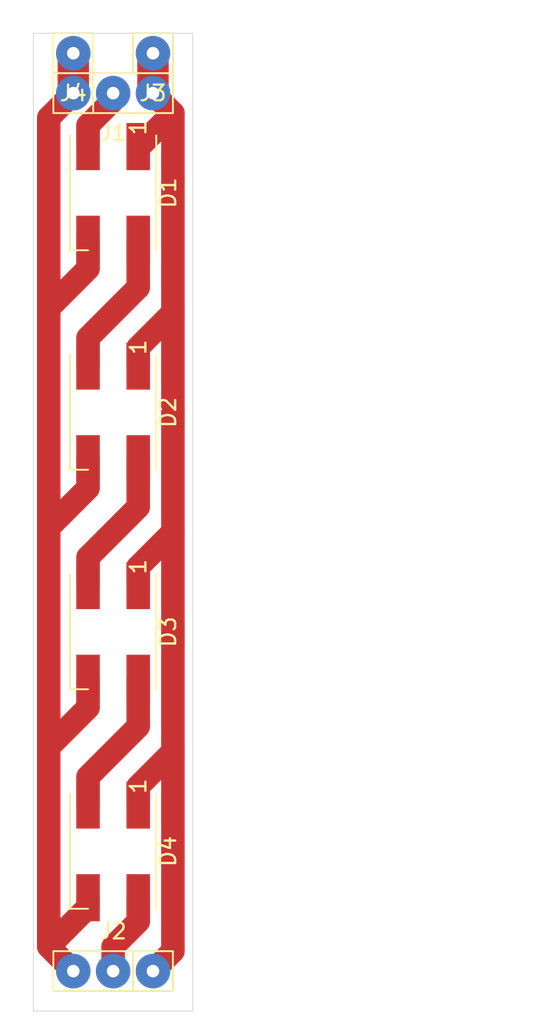
<source format=kicad_pcb>
(kicad_pcb (version 20171130) (host pcbnew "(5.1.6)-1")

  (general
    (thickness 1.6)
    (drawings 5)
    (tracks 45)
    (zones 0)
    (modules 8)
    (nets 8)
  )

  (page A4)
  (layers
    (0 F.Cu signal)
    (31 B.Cu signal)
    (32 B.Adhes user)
    (33 F.Adhes user)
    (34 B.Paste user)
    (35 F.Paste user)
    (36 B.SilkS user)
    (37 F.SilkS user)
    (38 B.Mask user)
    (39 F.Mask user)
    (40 Dwgs.User user)
    (41 Cmts.User user)
    (42 Eco1.User user)
    (43 Eco2.User user)
    (44 Edge.Cuts user)
    (45 Margin user)
    (46 B.CrtYd user)
    (47 F.CrtYd user)
    (48 B.Fab user)
    (49 F.Fab user)
  )

  (setup
    (last_trace_width 1.5)
    (user_trace_width 0.5)
    (user_trace_width 1)
    (user_trace_width 1.25)
    (user_trace_width 1.5)
    (user_trace_width 2)
    (trace_clearance 0.2)
    (zone_clearance 0.508)
    (zone_45_only no)
    (trace_min 0.2)
    (via_size 0.8)
    (via_drill 0.4)
    (via_min_size 0.4)
    (via_min_drill 0.3)
    (uvia_size 0.3)
    (uvia_drill 0.1)
    (uvias_allowed no)
    (uvia_min_size 0.2)
    (uvia_min_drill 0.1)
    (edge_width 0.05)
    (segment_width 0.2)
    (pcb_text_width 0.3)
    (pcb_text_size 1.5 1.5)
    (mod_edge_width 0.12)
    (mod_text_size 1 1)
    (mod_text_width 0.15)
    (pad_size 3 1.5)
    (pad_drill 0)
    (pad_to_mask_clearance 0.05)
    (aux_axis_origin 0 0)
    (visible_elements 7FFFFFFF)
    (pcbplotparams
      (layerselection 0x01080_7fffffff)
      (usegerberextensions false)
      (usegerberattributes true)
      (usegerberadvancedattributes true)
      (creategerberjobfile false)
      (excludeedgelayer true)
      (linewidth 0.100000)
      (plotframeref false)
      (viasonmask false)
      (mode 1)
      (useauxorigin false)
      (hpglpennumber 1)
      (hpglpenspeed 20)
      (hpglpendiameter 15.000000)
      (psnegative false)
      (psa4output false)
      (plotreference true)
      (plotvalue true)
      (plotinvisibletext false)
      (padsonsilk false)
      (subtractmaskfromsilk false)
      (outputformat 1)
      (mirror false)
      (drillshape 0)
      (scaleselection 1)
      (outputdirectory "plot/"))
  )

  (net 0 "")
  (net 1 "Net-(D1-Pad1)")
  (net 2 "Net-(D1-Pad2)")
  (net 3 "Net-(D1-Pad4)")
  (net 4 "Net-(D1-Pad3)")
  (net 5 "Net-(D2-Pad4)")
  (net 6 "Net-(D3-Pad4)")
  (net 7 "Net-(D4-Pad4)")

  (net_class Default "This is the default net class."
    (clearance 0.2)
    (trace_width 0.25)
    (via_dia 0.8)
    (via_drill 0.4)
    (uvia_dia 0.3)
    (uvia_drill 0.1)
    (add_net "Net-(D1-Pad1)")
    (add_net "Net-(D1-Pad2)")
    (add_net "Net-(D1-Pad3)")
    (add_net "Net-(D1-Pad4)")
    (add_net "Net-(D2-Pad4)")
    (add_net "Net-(D3-Pad4)")
    (add_net "Net-(D4-Pad4)")
  )

  (module cnc3018-PCB:my3pin (layer F.Cu) (tedit 612C3136) (tstamp 61F609CA)
    (at 5.08 -58.42)
    (path /61F61BA9)
    (fp_text reference J1 (at 0 2.54) (layer F.SilkS)
      (effects (font (size 1 1) (thickness 0.15)))
    )
    (fp_text value Conn_01x03 (at 0 -2.54) (layer F.Fab)
      (effects (font (size 1 1) (thickness 0.15)))
    )
    (fp_line (start -1.27 -1.27) (end 3.81 -1.27) (layer F.SilkS) (width 0.12))
    (fp_line (start -3.81 1.27) (end 3.81 1.27) (layer F.SilkS) (width 0.12))
    (fp_line (start 3.81 1.27) (end 3.81 -1.27) (layer F.SilkS) (width 0.12))
    (fp_line (start -1.27 -1.27) (end -1.27 1.27) (layer F.SilkS) (width 0.12))
    (fp_line (start -3.81 -1.27) (end -1.27 -1.27) (layer F.SilkS) (width 0.12))
    (fp_line (start -3.81 -1.27) (end -3.81 1.27) (layer F.SilkS) (width 0.12))
    (pad 1 thru_hole circle (at -2.54 0) (size 2.2 2.2) (drill 0.8) (layers *.Cu *.Mask)
      (net 4 "Net-(D1-Pad3)"))
    (pad 2 thru_hole circle (at 0 0) (size 2.2 2.2) (drill 0.8) (layers *.Cu *.Mask)
      (net 2 "Net-(D1-Pad2)"))
    (pad 3 thru_hole circle (at 2.54 0) (size 2.2 2.2) (drill 0.8) (layers *.Cu *.Mask)
      (net 1 "Net-(D1-Pad1)"))
  )

  (module cnc3018-PCB:my3pin (layer F.Cu) (tedit 612C3136) (tstamp 61F609D7)
    (at 5.08 -2.54 180)
    (path /61F62D99)
    (fp_text reference J2 (at 0 2.54) (layer F.SilkS)
      (effects (font (size 1 1) (thickness 0.15)))
    )
    (fp_text value Conn_01x03 (at 0 -2.54) (layer F.Fab)
      (effects (font (size 1 1) (thickness 0.15)))
    )
    (fp_line (start -3.81 -1.27) (end -3.81 1.27) (layer F.SilkS) (width 0.12))
    (fp_line (start -3.81 -1.27) (end -1.27 -1.27) (layer F.SilkS) (width 0.12))
    (fp_line (start -1.27 -1.27) (end -1.27 1.27) (layer F.SilkS) (width 0.12))
    (fp_line (start 3.81 1.27) (end 3.81 -1.27) (layer F.SilkS) (width 0.12))
    (fp_line (start -3.81 1.27) (end 3.81 1.27) (layer F.SilkS) (width 0.12))
    (fp_line (start -1.27 -1.27) (end 3.81 -1.27) (layer F.SilkS) (width 0.12))
    (pad 3 thru_hole circle (at 2.54 0 180) (size 2.2 2.2) (drill 0.8) (layers *.Cu *.Mask)
      (net 4 "Net-(D1-Pad3)"))
    (pad 2 thru_hole circle (at 0 0 180) (size 2.2 2.2) (drill 0.8) (layers *.Cu *.Mask)
      (net 7 "Net-(D4-Pad4)"))
    (pad 1 thru_hole circle (at -2.54 0 180) (size 2.2 2.2) (drill 0.8) (layers *.Cu *.Mask)
      (net 1 "Net-(D1-Pad1)"))
  )

  (module cnc3018-PCB:my1pin (layer F.Cu) (tedit 612C312C) (tstamp 61F609E0)
    (at 7.62 -60.96)
    (path /61F68801)
    (fp_text reference J3 (at 0 2.54) (layer F.SilkS)
      (effects (font (size 1 1) (thickness 0.15)))
    )
    (fp_text value Conn_01x01 (at 0 -2.54) (layer F.Fab)
      (effects (font (size 1 1) (thickness 0.15)))
    )
    (fp_line (start 1.27 1.27) (end 1.27 -1.27) (layer F.SilkS) (width 0.12))
    (fp_line (start -1.27 1.27) (end 1.27 1.27) (layer F.SilkS) (width 0.12))
    (fp_line (start -1.27 -1.27) (end -1.27 1.27) (layer F.SilkS) (width 0.12))
    (fp_line (start -1.27 -1.27) (end 1.27 -1.27) (layer F.SilkS) (width 0.12))
    (pad 1 thru_hole circle (at 0 0) (size 2.2 2.2) (drill 0.8) (layers *.Cu *.Mask)
      (net 1 "Net-(D1-Pad1)"))
  )

  (module cnc3018-PCB:my1pin (layer F.Cu) (tedit 612C312C) (tstamp 61F609E9)
    (at 2.54 -60.96)
    (path /61F66634)
    (fp_text reference J4 (at 0 2.54) (layer F.SilkS)
      (effects (font (size 1 1) (thickness 0.15)))
    )
    (fp_text value Conn_01x01 (at 0 -2.54) (layer F.Fab)
      (effects (font (size 1 1) (thickness 0.15)))
    )
    (fp_line (start -1.27 -1.27) (end 1.27 -1.27) (layer F.SilkS) (width 0.12))
    (fp_line (start -1.27 -1.27) (end -1.27 1.27) (layer F.SilkS) (width 0.12))
    (fp_line (start -1.27 1.27) (end 1.27 1.27) (layer F.SilkS) (width 0.12))
    (fp_line (start 1.27 1.27) (end 1.27 -1.27) (layer F.SilkS) (width 0.12))
    (pad 1 thru_hole circle (at 0 0) (size 2.2 2.2) (drill 0.8) (layers *.Cu *.Mask)
      (net 4 "Net-(D1-Pad3)"))
  )

  (module cnc3018-PCB:myWS2812 (layer F.Cu) (tedit 61F5E518) (tstamp 61F5EAE5)
    (at 5.08 -52.07 270)
    (descr https://cdn-shop.adafruit.com/datasheets/WS2812B.pdf)
    (tags "LED RGB NeoPixel")
    (path /61F5E592)
    (attr smd)
    (fp_text reference D1 (at 0 -3.5 90) (layer F.SilkS)
      (effects (font (size 1 1) (thickness 0.15)))
    )
    (fp_text value WS2812B (at 0 4 90) (layer F.Fab)
      (effects (font (size 1 1) (thickness 0.15)))
    )
    (fp_text user %R (at 0 0 90) (layer F.Fab)
      (effects (font (size 0.8 0.8) (thickness 0.15)))
    )
    (fp_text user 1 (at -4.15 -1.6 90) (layer F.SilkS)
      (effects (font (size 1 1) (thickness 0.15)))
    )
    (fp_circle (center 0 0) (end 0 -2) (layer F.Fab) (width 0.1))
    (fp_line (start 3.65 2.75) (end 3.65 1.6) (layer F.SilkS) (width 0.12))
    (fp_line (start -3.65 2.75) (end 3.65 2.75) (layer F.SilkS) (width 0.12))
    (fp_line (start -3.65 -2.75) (end 3.65 -2.75) (layer F.SilkS) (width 0.12))
    (fp_line (start 2.5 -2.5) (end -2.5 -2.5) (layer F.Fab) (width 0.1))
    (fp_line (start 2.5 2.5) (end 2.5 -2.5) (layer F.Fab) (width 0.1))
    (fp_line (start -2.5 2.5) (end 2.5 2.5) (layer F.Fab) (width 0.1))
    (fp_line (start -2.5 -2.5) (end -2.5 2.5) (layer F.Fab) (width 0.1))
    (fp_line (start 2.5 1.5) (end 1.5 2.5) (layer F.Fab) (width 0.1))
    (fp_line (start -3.45 -2.75) (end -3.45 2.75) (layer F.CrtYd) (width 0.05))
    (fp_line (start -3.45 2.75) (end 3.45 2.75) (layer F.CrtYd) (width 0.05))
    (fp_line (start 3.45 2.75) (end 3.45 -2.75) (layer F.CrtYd) (width 0.05))
    (fp_line (start 3.45 -2.75) (end -3.45 -2.75) (layer F.CrtYd) (width 0.05))
    (pad 1 smd rect (at -2.95 -1.6 270) (size 3 1.5) (layers F.Cu F.Paste F.Mask)
      (net 1 "Net-(D1-Pad1)"))
    (pad 2 smd rect (at -2.95 1.6 270) (size 3 1.5) (layers F.Cu F.Paste F.Mask)
      (net 2 "Net-(D1-Pad2)"))
    (pad 4 smd rect (at 2.95 -1.6 270) (size 3 1.5) (layers F.Cu F.Paste F.Mask)
      (net 3 "Net-(D1-Pad4)"))
    (pad 3 smd rect (at 2.95 1.6 270) (size 3 1.5) (layers F.Cu F.Paste F.Mask)
      (net 4 "Net-(D1-Pad3)"))
    (model ${KISYS3DMOD}/LED_SMD.3dshapes/LED_WS2812B_PLCC4_5.0x5.0mm_P3.2mm.wrl
      (at (xyz 0 0 0))
      (scale (xyz 1 1 1))
      (rotate (xyz 0 0 0))
    )
  )

  (module cnc3018-PCB:myWS2812 (layer F.Cu) (tedit 61F5E518) (tstamp 61F5EAFC)
    (at 5.08 -38.1 270)
    (descr https://cdn-shop.adafruit.com/datasheets/WS2812B.pdf)
    (tags "LED RGB NeoPixel")
    (path /61F5DD56)
    (attr smd)
    (fp_text reference D2 (at 0 -3.5 90) (layer F.SilkS)
      (effects (font (size 1 1) (thickness 0.15)))
    )
    (fp_text value WS2812B (at 0 4 90) (layer F.Fab)
      (effects (font (size 1 1) (thickness 0.15)))
    )
    (fp_line (start 3.45 -2.75) (end -3.45 -2.75) (layer F.CrtYd) (width 0.05))
    (fp_line (start 3.45 2.75) (end 3.45 -2.75) (layer F.CrtYd) (width 0.05))
    (fp_line (start -3.45 2.75) (end 3.45 2.75) (layer F.CrtYd) (width 0.05))
    (fp_line (start -3.45 -2.75) (end -3.45 2.75) (layer F.CrtYd) (width 0.05))
    (fp_line (start 2.5 1.5) (end 1.5 2.5) (layer F.Fab) (width 0.1))
    (fp_line (start -2.5 -2.5) (end -2.5 2.5) (layer F.Fab) (width 0.1))
    (fp_line (start -2.5 2.5) (end 2.5 2.5) (layer F.Fab) (width 0.1))
    (fp_line (start 2.5 2.5) (end 2.5 -2.5) (layer F.Fab) (width 0.1))
    (fp_line (start 2.5 -2.5) (end -2.5 -2.5) (layer F.Fab) (width 0.1))
    (fp_line (start -3.65 -2.75) (end 3.65 -2.75) (layer F.SilkS) (width 0.12))
    (fp_line (start -3.65 2.75) (end 3.65 2.75) (layer F.SilkS) (width 0.12))
    (fp_line (start 3.65 2.75) (end 3.65 1.6) (layer F.SilkS) (width 0.12))
    (fp_circle (center 0 0) (end 0 -2) (layer F.Fab) (width 0.1))
    (fp_text user 1 (at -4.15 -1.6 90) (layer F.SilkS)
      (effects (font (size 1 1) (thickness 0.15)))
    )
    (fp_text user %R (at 0 0 90) (layer F.Fab)
      (effects (font (size 0.8 0.8) (thickness 0.15)))
    )
    (pad 3 smd rect (at 2.95 1.6 270) (size 3 1.5) (layers F.Cu F.Paste F.Mask)
      (net 4 "Net-(D1-Pad3)"))
    (pad 4 smd rect (at 2.95 -1.6 270) (size 3 1.5) (layers F.Cu F.Paste F.Mask)
      (net 5 "Net-(D2-Pad4)"))
    (pad 2 smd rect (at -2.95 1.6 270) (size 3 1.5) (layers F.Cu F.Paste F.Mask)
      (net 3 "Net-(D1-Pad4)"))
    (pad 1 smd rect (at -2.95 -1.6 270) (size 3 1.5) (layers F.Cu F.Paste F.Mask)
      (net 1 "Net-(D1-Pad1)"))
    (model ${KISYS3DMOD}/LED_SMD.3dshapes/LED_WS2812B_PLCC4_5.0x5.0mm_P3.2mm.wrl
      (at (xyz 0 0 0))
      (scale (xyz 1 1 1))
      (rotate (xyz 0 0 0))
    )
  )

  (module cnc3018-PCB:myWS2812 (layer F.Cu) (tedit 61F5E518) (tstamp 61F5EB13)
    (at 5.08 -24.13 270)
    (descr https://cdn-shop.adafruit.com/datasheets/WS2812B.pdf)
    (tags "LED RGB NeoPixel")
    (path /61F5C5E0)
    (attr smd)
    (fp_text reference D3 (at 0 -3.5 90) (layer F.SilkS)
      (effects (font (size 1 1) (thickness 0.15)))
    )
    (fp_text value WS2812B (at 0 4 90) (layer F.Fab)
      (effects (font (size 1 1) (thickness 0.15)))
    )
    (fp_text user %R (at 0 0 90) (layer F.Fab)
      (effects (font (size 0.8 0.8) (thickness 0.15)))
    )
    (fp_text user 1 (at -4.15 -1.6 90) (layer F.SilkS)
      (effects (font (size 1 1) (thickness 0.15)))
    )
    (fp_circle (center 0 0) (end 0 -2) (layer F.Fab) (width 0.1))
    (fp_line (start 3.65 2.75) (end 3.65 1.6) (layer F.SilkS) (width 0.12))
    (fp_line (start -3.65 2.75) (end 3.65 2.75) (layer F.SilkS) (width 0.12))
    (fp_line (start -3.65 -2.75) (end 3.65 -2.75) (layer F.SilkS) (width 0.12))
    (fp_line (start 2.5 -2.5) (end -2.5 -2.5) (layer F.Fab) (width 0.1))
    (fp_line (start 2.5 2.5) (end 2.5 -2.5) (layer F.Fab) (width 0.1))
    (fp_line (start -2.5 2.5) (end 2.5 2.5) (layer F.Fab) (width 0.1))
    (fp_line (start -2.5 -2.5) (end -2.5 2.5) (layer F.Fab) (width 0.1))
    (fp_line (start 2.5 1.5) (end 1.5 2.5) (layer F.Fab) (width 0.1))
    (fp_line (start -3.45 -2.75) (end -3.45 2.75) (layer F.CrtYd) (width 0.05))
    (fp_line (start -3.45 2.75) (end 3.45 2.75) (layer F.CrtYd) (width 0.05))
    (fp_line (start 3.45 2.75) (end 3.45 -2.75) (layer F.CrtYd) (width 0.05))
    (fp_line (start 3.45 -2.75) (end -3.45 -2.75) (layer F.CrtYd) (width 0.05))
    (pad 1 smd rect (at -2.95 -1.6 270) (size 3 1.5) (layers F.Cu F.Paste F.Mask)
      (net 1 "Net-(D1-Pad1)"))
    (pad 2 smd rect (at -2.95 1.6 270) (size 3 1.5) (layers F.Cu F.Paste F.Mask)
      (net 5 "Net-(D2-Pad4)"))
    (pad 4 smd rect (at 2.95 -1.6 270) (size 3 1.5) (layers F.Cu F.Paste F.Mask)
      (net 6 "Net-(D3-Pad4)"))
    (pad 3 smd rect (at 2.95 1.6 270) (size 3 1.5) (layers F.Cu F.Paste F.Mask)
      (net 4 "Net-(D1-Pad3)"))
    (model ${KISYS3DMOD}/LED_SMD.3dshapes/LED_WS2812B_PLCC4_5.0x5.0mm_P3.2mm.wrl
      (at (xyz 0 0 0))
      (scale (xyz 1 1 1))
      (rotate (xyz 0 0 0))
    )
  )

  (module cnc3018-PCB:myWS2812 (layer F.Cu) (tedit 61F5E518) (tstamp 61F5EB2A)
    (at 5.08 -10.16 270)
    (descr https://cdn-shop.adafruit.com/datasheets/WS2812B.pdf)
    (tags "LED RGB NeoPixel")
    (path /61F5AC05)
    (attr smd)
    (fp_text reference D4 (at 0 -3.5 90) (layer F.SilkS)
      (effects (font (size 1 1) (thickness 0.15)))
    )
    (fp_text value WS2812B (at 0 4 90) (layer F.Fab)
      (effects (font (size 1 1) (thickness 0.15)))
    )
    (fp_line (start 3.45 -2.75) (end -3.45 -2.75) (layer F.CrtYd) (width 0.05))
    (fp_line (start 3.45 2.75) (end 3.45 -2.75) (layer F.CrtYd) (width 0.05))
    (fp_line (start -3.45 2.75) (end 3.45 2.75) (layer F.CrtYd) (width 0.05))
    (fp_line (start -3.45 -2.75) (end -3.45 2.75) (layer F.CrtYd) (width 0.05))
    (fp_line (start 2.5 1.5) (end 1.5 2.5) (layer F.Fab) (width 0.1))
    (fp_line (start -2.5 -2.5) (end -2.5 2.5) (layer F.Fab) (width 0.1))
    (fp_line (start -2.5 2.5) (end 2.5 2.5) (layer F.Fab) (width 0.1))
    (fp_line (start 2.5 2.5) (end 2.5 -2.5) (layer F.Fab) (width 0.1))
    (fp_line (start 2.5 -2.5) (end -2.5 -2.5) (layer F.Fab) (width 0.1))
    (fp_line (start -3.65 -2.75) (end 3.65 -2.75) (layer F.SilkS) (width 0.12))
    (fp_line (start -3.65 2.75) (end 3.65 2.75) (layer F.SilkS) (width 0.12))
    (fp_line (start 3.65 2.75) (end 3.65 1.6) (layer F.SilkS) (width 0.12))
    (fp_circle (center 0 0) (end 0 -2) (layer F.Fab) (width 0.1))
    (fp_text user 1 (at -4.15 -1.6 90) (layer F.SilkS)
      (effects (font (size 1 1) (thickness 0.15)))
    )
    (fp_text user %R (at 0 0 90) (layer F.Fab)
      (effects (font (size 0.8 0.8) (thickness 0.15)))
    )
    (pad 3 smd rect (at 2.95 1.6 270) (size 3 1.5) (layers F.Cu F.Paste F.Mask)
      (net 4 "Net-(D1-Pad3)"))
    (pad 4 smd rect (at 2.95 -1.6 270) (size 3 1.5) (layers F.Cu F.Paste F.Mask)
      (net 7 "Net-(D4-Pad4)"))
    (pad 2 smd rect (at -2.95 1.6 270) (size 3 1.5) (layers F.Cu F.Paste F.Mask)
      (net 6 "Net-(D3-Pad4)"))
    (pad 1 smd rect (at -2.95 -1.6 270) (size 3 1.5) (layers F.Cu F.Paste F.Mask)
      (net 1 "Net-(D1-Pad1)"))
    (model ${KISYS3DMOD}/LED_SMD.3dshapes/LED_WS2812B_PLCC4_5.0x5.0mm_P3.2mm.wrl
      (at (xyz 0 0 0))
      (scale (xyz 1 1 1))
      (rotate (xyz 0 0 0))
    )
  )

  (gr_line (start 10.16 -62.23) (end 10.16 0) (layer Edge.Cuts) (width 0.05) (tstamp 61F60CC7))
  (gr_line (start 0 -62.23) (end 10.16 -62.23) (layer Edge.Cuts) (width 0.05))
  (gr_line (start 0 0) (end 0 -62.23) (layer Edge.Cuts) (width 0.05))
  (gr_line (start 10.16 0) (end 0 0) (layer Edge.Cuts) (width 0.05))
  (dimension 55.88 (width 0.15) (layer Dwgs.User)
    (gr_text "55.880 mm" (at 31.78 -30.48 270) (layer Dwgs.User)
      (effects (font (size 1 1) (thickness 0.15)))
    )
    (feature1 (pts (xy 10.16 -2.54) (xy 31.066421 -2.54)))
    (feature2 (pts (xy 10.16 -58.42) (xy 31.066421 -58.42)))
    (crossbar (pts (xy 30.48 -58.42) (xy 30.48 -2.54)))
    (arrow1a (pts (xy 30.48 -2.54) (xy 29.893579 -3.666504)))
    (arrow1b (pts (xy 30.48 -2.54) (xy 31.066421 -3.666504)))
    (arrow2a (pts (xy 30.48 -58.42) (xy 29.893579 -57.293496)))
    (arrow2b (pts (xy 30.48 -58.42) (xy 31.066421 -57.293496)))
  )

  (segment (start 7.62 -60.96) (end 7.62 -58.42) (width 2) (layer F.Cu) (net 1))
  (segment (start 7.62 -58.42) (end 8.89 -57.15) (width 1.5) (layer F.Cu) (net 1))
  (segment (start 8.89 -3.81) (end 7.62 -2.54) (width 1.5) (layer F.Cu) (net 1))
  (segment (start 6.68 -13.11) (end 6.68 -14.3) (width 1.5) (layer F.Cu) (net 1))
  (segment (start 6.68 -14.3) (end 8.89 -16.51) (width 1.5) (layer F.Cu) (net 1))
  (segment (start 8.89 -16.51) (end 8.89 -3.81) (width 1.5) (layer F.Cu) (net 1))
  (segment (start 6.68 -28.27) (end 8.89 -30.48) (width 1.5) (layer F.Cu) (net 1))
  (segment (start 6.68 -27.08) (end 6.68 -28.27) (width 1.5) (layer F.Cu) (net 1))
  (segment (start 8.89 -30.48) (end 8.89 -16.51) (width 1.5) (layer F.Cu) (net 1))
  (segment (start 6.68 -42.24) (end 8.89 -44.45) (width 1.5) (layer F.Cu) (net 1))
  (segment (start 6.68 -41.05) (end 6.68 -42.24) (width 1.5) (layer F.Cu) (net 1))
  (segment (start 8.89 -57.15) (end 8.89 -44.45) (width 1.5) (layer F.Cu) (net 1))
  (segment (start 8.89 -44.45) (end 8.89 -30.48) (width 1.5) (layer F.Cu) (net 1))
  (segment (start 6.76 -55.02) (end 8.89 -57.15) (width 1.5) (layer F.Cu) (net 1))
  (segment (start 6.68 -55.02) (end 6.76 -55.02) (width 1.5) (layer F.Cu) (net 1))
  (segment (start 3.48 -56.369999) (end 5.08 -57.969999) (width 1.5) (layer F.Cu) (net 2))
  (segment (start 5.08 -57.969999) (end 5.08 -58.42) (width 1.5) (layer F.Cu) (net 2))
  (segment (start 3.48 -55.02) (end 3.48 -56.369999) (width 1.5) (layer F.Cu) (net 2))
  (segment (start 3.48 -41.05) (end 3.48 -42.85) (width 1.5) (layer F.Cu) (net 3))
  (segment (start 6.68 -46.05) (end 6.68 -49.12) (width 1.5) (layer F.Cu) (net 3))
  (segment (start 3.48 -42.85) (end 6.68 -46.05) (width 1.5) (layer F.Cu) (net 3))
  (segment (start 2.54 -60.96) (end 2.54 -58.42) (width 2) (layer F.Cu) (net 4))
  (segment (start 2.54 -2.54) (end 0.97501 -4.10499) (width 1.5) (layer F.Cu) (net 4))
  (segment (start 0.97501 -56.85501) (end 2.54 -58.42) (width 1.5) (layer F.Cu) (net 4))
  (segment (start 3.48 -49.12) (end 3.48 -47.24998) (width 1.5) (layer F.Cu) (net 4))
  (segment (start 3.48 -47.24998) (end 0.97501 -44.74499) (width 1.5) (layer F.Cu) (net 4))
  (segment (start 0.97501 -44.74499) (end 0.97501 -56.85501) (width 1.5) (layer F.Cu) (net 4))
  (segment (start 3.48 -33.27998) (end 0.97501 -30.77499) (width 1.5) (layer F.Cu) (net 4))
  (segment (start 3.48 -35.15) (end 3.48 -33.27998) (width 1.5) (layer F.Cu) (net 4))
  (segment (start 0.97501 -30.77499) (end 0.97501 -44.74499) (width 1.5) (layer F.Cu) (net 4))
  (segment (start 3.48 -19.30998) (end 0.97501 -16.80499) (width 1.5) (layer F.Cu) (net 4))
  (segment (start 0.97501 -4.10499) (end 0.97501 -16.80499) (width 1.5) (layer F.Cu) (net 4))
  (segment (start 3.48 -21.18) (end 3.48 -19.30998) (width 1.5) (layer F.Cu) (net 4))
  (segment (start 0.97501 -16.80499) (end 0.97501 -30.77499) (width 1.5) (layer F.Cu) (net 4))
  (segment (start 3.48 -6.60998) (end 0.97501 -4.10499) (width 1.5) (layer F.Cu) (net 4))
  (segment (start 3.48 -7.21) (end 3.48 -6.60998) (width 1.5) (layer F.Cu) (net 4))
  (segment (start 3.48 -27.08) (end 3.48 -28.88) (width 1.5) (layer F.Cu) (net 5))
  (segment (start 6.68 -32.08) (end 6.68 -35.15) (width 1.5) (layer F.Cu) (net 5))
  (segment (start 3.48 -28.88) (end 6.68 -32.08) (width 1.5) (layer F.Cu) (net 5))
  (segment (start 3.48 -13.11) (end 3.48 -14.91) (width 1.5) (layer F.Cu) (net 6))
  (segment (start 6.68 -18.11) (end 6.68 -21.18) (width 1.5) (layer F.Cu) (net 6))
  (segment (start 3.48 -14.91) (end 6.68 -18.11) (width 1.5) (layer F.Cu) (net 6))
  (segment (start 6.68 -5.695634) (end 6.68 -7.21) (width 1.5) (layer F.Cu) (net 7))
  (segment (start 5.08 -4.095634) (end 6.68 -5.695634) (width 1.5) (layer F.Cu) (net 7))
  (segment (start 5.08 -2.54) (end 5.08 -4.095634) (width 1.5) (layer F.Cu) (net 7))

)

</source>
